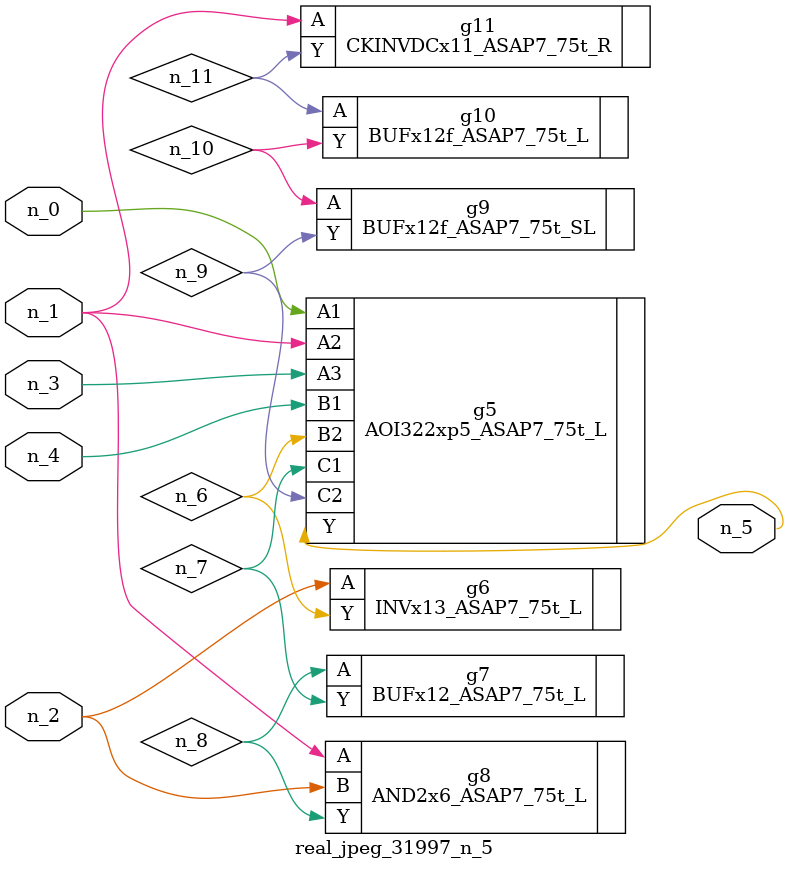
<source format=v>
module real_jpeg_31997_n_5 (n_4, n_0, n_1, n_2, n_3, n_5);

input n_4;
input n_0;
input n_1;
input n_2;
input n_3;

output n_5;

wire n_8;
wire n_11;
wire n_6;
wire n_7;
wire n_10;
wire n_9;

AOI322xp5_ASAP7_75t_L g5 ( 
.A1(n_0),
.A2(n_1),
.A3(n_3),
.B1(n_4),
.B2(n_6),
.C1(n_7),
.C2(n_9),
.Y(n_5)
);

AND2x6_ASAP7_75t_L g8 ( 
.A(n_1),
.B(n_2),
.Y(n_8)
);

CKINVDCx11_ASAP7_75t_R g11 ( 
.A(n_1),
.Y(n_11)
);

INVx13_ASAP7_75t_L g6 ( 
.A(n_2),
.Y(n_6)
);

BUFx12_ASAP7_75t_L g7 ( 
.A(n_8),
.Y(n_7)
);

BUFx12f_ASAP7_75t_SL g9 ( 
.A(n_10),
.Y(n_9)
);

BUFx12f_ASAP7_75t_L g10 ( 
.A(n_11),
.Y(n_10)
);


endmodule
</source>
